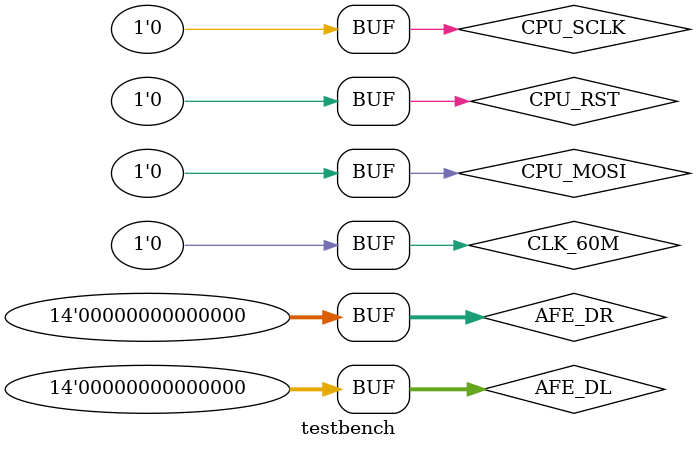
<source format=v>
`timescale 1ns / 1ps


module testbench;

	// Inputs
	reg [13:0] AFE_DR;
	reg [13:0] AFE_DL;
	reg CPU_SCLK;
	reg CPU_MOSI;
	reg CPU_RST;
	reg CLK_60M;

	// Outputs
	wire AFE_DCLK;
	wire AFE_HD;
	wire AFE_PBLK;
	wire AFE_CLPOB;
	wire AFE_SHP;
	wire AFE_SHD;
	wire AFE_CLPDM;
	wire AFE_VD;
	wire CCD_HL;
	wire CCD_H1;
	wire CCD_H2;
	wire CCD_RG;
	wire CCD_FD;
	wire CCD_SHUT;
	wire CCD_nXV1;
	wire CCD_nXV2;
	wire CCD_nXSG2;
	wire CPU_PCLK;
	wire CPU_VSYNC;
	wire CPU_HSYNC;
	wire [13:0] CPU_VD;
	wire [3:0] LED;

	// Instantiate the Unit Under Test (UUT)
	Top uut (
		.AFE_DR(AFE_DR), 
		.AFE_DL(AFE_DL), 
		.AFE_DCLK(AFE_DCLK), 
		.AFE_HD(AFE_HD), 
		.AFE_PBLK(AFE_PBLK), 
		.AFE_CLPOB(AFE_CLPOB), 
		.AFE_SHP(AFE_SHP), 
		.AFE_SHD(AFE_SHD), 
		.AFE_CLPDM(AFE_CLPDM), 
		.AFE_VD(AFE_VD), 
		.CCD_HL(CCD_HL), 
		.CCD_H1(CCD_H1), 
		.CCD_H2(CCD_H2), 
		.CCD_RG(CCD_RG), 
		.CCD_FD(CCD_FD), 
		.CCD_SHUT(CCD_SHUT), 
		.CCD_nXV1(CCD_nXV1), 
		.CCD_nXV2(CCD_nXV2), 
		.CCD_nXSG2(CCD_nXSG2), 
		.CPU_SCLK(CPU_SCLK), 
		.CPU_MOSI(CPU_MOSI), 
		.CPU_RST(CPU_RST), 
		.CPU_PCLK(CPU_PCLK), 
		.CPU_VSYNC(CPU_VSYNC), 
		.CPU_HSYNC(CPU_HSYNC), 
		.CPU_VD(CPU_VD), 
		.CLK_60M(CLK_60M), 
		.LED(LED)
	);

	initial begin
		// Initialize Inputs
		AFE_DR = 0;
		AFE_DL = 0;
		CPU_SCLK = 0;
		CPU_MOSI = 0;
		CPU_RST = 0;
		CLK_60M = 0;
		
		// Wait 100 ns for global reset to finish
		#100;
        
		// Add stimulus here

	end
      
endmodule


</source>
